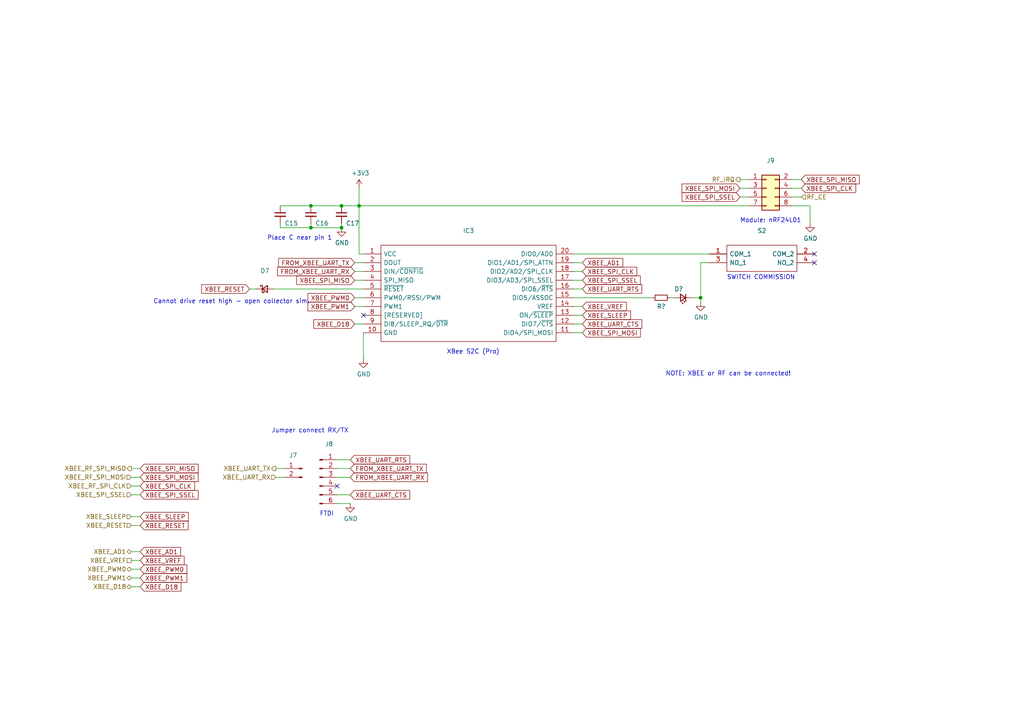
<source format=kicad_sch>
(kicad_sch (version 20211123) (generator eeschema)
  (paper "A4")
  (title_block (title "SmartSensor") (date "2021-11-18") (rev "1.3") (company "Avans Hogeschool") (comment 1 "Maurice Snoeren") (comment 2 "Expertise Centrum Technische Innovatie") (comment 3 "Lectoraat Smart Energy and Datascience & ICT") (comment 4 "Update: Reset circuit"))
  (lib_symbols
    (symbol "Connector:Conn_01x02_Male" (pin_names (offset 1.016) hide)
      (property "Reference" "J" (at 0 2.54 0))
      (property "Value" "Conn_01x02_Male" (at 0 -5.08 0))
      (symbol "Conn_01x02_Male_1_1"
        (polyline (pts (xy 1.27 -2.54) (xy 0.8636 -2.54)) (stroke (width 0.1524)))
        (polyline (pts (xy 1.27 0) (xy 0.8636 0)) (stroke (width 0.1524)))
        (rectangle (start 0.8636 -2.413) (end 0 -2.667) (stroke (width 0.1524)) (fill (type outline)))
        (rectangle (start 0.8636 0.127) (end 0 -0.127) (stroke (width 0.1524)) (fill (type outline)))
        (pin passive line (at 5.08 0 180) (length 3.81) (name "Pin_1") (number "1"))
        (pin passive line (at 5.08 -2.54 180) (length 3.81) (name "Pin_2") (number "2"))
      )
    )
    (symbol "Connector:Conn_01x06_Male" (pin_names (offset 1.016) hide)
      (property "Reference" "J" (at 0 7.62 0))
      (property "Value" "Conn_01x06_Male" (at 0 -10.16 0))
      (symbol "Conn_01x06_Male_1_1"
        (polyline (pts (xy 1.27 -7.62) (xy 0.8636 -7.62)) (stroke (width 0.1524)))
        (polyline (pts (xy 1.27 -5.08) (xy 0.8636 -5.08)) (stroke (width 0.1524)))
        (polyline (pts (xy 1.27 -2.54) (xy 0.8636 -2.54)) (stroke (width 0.1524)))
        (polyline (pts (xy 1.27 0) (xy 0.8636 0)) (stroke (width 0.1524)))
        (polyline (pts (xy 1.27 2.54) (xy 0.8636 2.54)) (stroke (width 0.1524)))
        (polyline (pts (xy 1.27 5.08) (xy 0.8636 5.08)) (stroke (width 0.1524)))
        (rectangle (start 0.8636 -7.493) (end 0 -7.747) (stroke (width 0.1524)) (fill (type outline)))
        (rectangle (start 0.8636 -4.953) (end 0 -5.207) (stroke (width 0.1524)) (fill (type outline)))
        (rectangle (start 0.8636 -2.413) (end 0 -2.667) (stroke (width 0.1524)) (fill (type outline)))
        (rectangle (start 0.8636 0.127) (end 0 -0.127) (stroke (width 0.1524)) (fill (type outline)))
        (rectangle (start 0.8636 2.667) (end 0 2.413) (stroke (width 0.1524)) (fill (type outline)))
        (rectangle (start 0.8636 5.207) (end 0 4.953) (stroke (width 0.1524)) (fill (type outline)))
        (pin passive line (at 5.08 5.08 180) (length 3.81) (name "Pin_1") (number "1"))
        (pin passive line (at 5.08 2.54 180) (length 3.81) (name "Pin_2") (number "2"))
        (pin passive line (at 5.08 0 180) (length 3.81) (name "Pin_3") (number "3"))
        (pin passive line (at 5.08 -2.54 180) (length 3.81) (name "Pin_4") (number "4"))
        (pin passive line (at 5.08 -5.08 180) (length 3.81) (name "Pin_5") (number "5"))
        (pin passive line (at 5.08 -7.62 180) (length 3.81) (name "Pin_6") (number "6"))
      )
    )
    (symbol "Connector_Generic:Conn_02x04_Odd_Even" (pin_names (offset 1.016) hide)
      (property "Reference" "J" (at 1.27 5.08 0))
      (property "Value" "Conn_02x04_Odd_Even" (at 1.27 -7.62 0))
      (symbol "Conn_02x04_Odd_Even_1_1"
        (rectangle (start -1.27 -4.953) (end 0 -5.207) (stroke (width 0.1524)))
        (rectangle (start -1.27 -2.413) (end 0 -2.667) (stroke (width 0.1524)))
        (rectangle (start -1.27 0.127) (end 0 -0.127) (stroke (width 0.1524)))
        (rectangle (start -1.27 2.667) (end 0 2.413) (stroke (width 0.1524)))
        (rectangle (start -1.27 3.81) (end 3.81 -6.35) (stroke (width 0.254)) (fill (type background)))
        (rectangle (start 3.81 -4.953) (end 2.54 -5.207) (stroke (width 0.1524)))
        (rectangle (start 3.81 -2.413) (end 2.54 -2.667) (stroke (width 0.1524)))
        (rectangle (start 3.81 0.127) (end 2.54 -0.127) (stroke (width 0.1524)))
        (rectangle (start 3.81 2.667) (end 2.54 2.413) (stroke (width 0.1524)))
        (pin passive line (at -5.08 2.54 0) (length 3.81) (name "Pin_1") (number "1"))
        (pin passive line (at 7.62 2.54 180) (length 3.81) (name "Pin_2") (number "2"))
        (pin passive line (at -5.08 0 0) (length 3.81) (name "Pin_3") (number "3"))
        (pin passive line (at 7.62 0 180) (length 3.81) (name "Pin_4") (number "4"))
        (pin passive line (at -5.08 -2.54 0) (length 3.81) (name "Pin_5") (number "5"))
        (pin passive line (at 7.62 -2.54 180) (length 3.81) (name "Pin_6") (number "6"))
        (pin passive line (at -5.08 -5.08 0) (length 3.81) (name "Pin_7") (number "7"))
        (pin passive line (at 7.62 -5.08 180) (length 3.81) (name "Pin_8") (number "8"))
      )
    )
    (symbol "Device:C_Small" (pin_numbers hide) (pin_names (offset 0.254) hide)
      (property "Reference" "C" (at 0.254 1.778 0))
      (property "Value" "C_Small" (at 0.254 -2.032 0))
      (symbol "C_Small_0_1"
        (polyline (pts (xy -1.524 -0.508) (xy 1.524 -0.508)) (stroke (width 0.3302)))
        (polyline (pts (xy -1.524 0.508) (xy 1.524 0.508)) (stroke (width 0.3048)))
      )
      (symbol "C_Small_1_1"
        (pin passive line (at 0 2.54 270) (length 2.032) (name "~") (number "1"))
        (pin passive line (at 0 -2.54 90) (length 2.032) (name "~") (number "2"))
      )
    )
    (symbol "Device:D_Schottky_Small" (pin_numbers hide) (pin_names (offset 0.254) hide)
      (property "Reference" "D" (at -1.27 2.032 0))
      (property "Value" "D_Schottky_Small" (at -7.112 -2.032 0))
      (symbol "D_Schottky_Small_0_1"
        (polyline (pts (xy -0.762 0) (xy 0.762 0)))
        (polyline (pts (xy 0.762 -1.016) (xy -0.762 0) (xy 0.762 1.016) (xy 0.762 -1.016)) (stroke (width 0.254)))
        (polyline (pts (xy -1.27 0.762) (xy -1.27 1.016) (xy -0.762 1.016) (xy -0.762 -1.016) (xy -0.254 -1.016) (xy -0.254 -0.762)) (stroke (width 0.254)))
      )
      (symbol "D_Schottky_Small_1_1"
        (pin passive line (at -2.54 0 0) (length 1.778) (name "K") (number "1"))
        (pin passive line (at 2.54 0 180) (length 1.778) (name "A") (number "2"))
      )
    )
    (symbol "Device:LED_Small" (pin_numbers hide) (pin_names (offset 0.254) hide)
      (property "Reference" "D" (at -1.27 3.175 0))
      (property "Value" "LED_Small" (at -4.445 -2.54 0))
      (symbol "LED_Small_0_1"
        (polyline (pts (xy -0.762 -1.016) (xy -0.762 1.016)) (stroke (width 0.254)))
        (polyline (pts (xy 1.016 0) (xy -0.762 0)))
        (polyline (pts (xy 0.762 -1.016) (xy -0.762 0) (xy 0.762 1.016) (xy 0.762 -1.016)) (stroke (width 0.254)))
        (polyline (pts (xy 0 0.762) (xy -0.508 1.27) (xy -0.254 1.27) (xy -0.508 1.27) (xy -0.508 1.016)))
        (polyline (pts (xy 0.508 1.27) (xy 0 1.778) (xy 0.254 1.778) (xy 0 1.778) (xy 0 1.524)))
      )
      (symbol "LED_Small_1_1"
        (pin passive line (at -2.54 0 0) (length 1.778) (name "K") (number "1"))
        (pin passive line (at 2.54 0 180) (length 1.778) (name "A") (number "2"))
      )
    )
    (symbol "Device:R_Small" (pin_numbers hide) (pin_names (offset 0.254) hide)
      (property "Reference" "R" (at 0.762 0.508 0))
      (property "Value" "R_Small" (at 0.762 -1.016 0))
      (symbol "R_Small_0_1"
        (rectangle (start -0.762 1.778) (end 0.762 -1.778) (stroke (width 0.2032)))
      )
      (symbol "R_Small_1_1"
        (pin passive line (at 0 2.54 270) (length 0.762) (name "~") (number "1"))
        (pin passive line (at 0 -2.54 90) (length 0.762) (name "~") (number "2"))
      )
    )
    (symbol "SamacSys_Parts:LL3301FF065QJ" (pin_names (offset 0.762))
      (property "Reference" "S" (at 26.67 7.62 0))
      (property "Value" "LL3301FF065QJ" (at 26.67 5.08 0))
      (symbol "LL3301FF065QJ_0_0"
        (pin passive line (at 0 0 0) (length 5.08) (name "COM_1") (number "1"))
        (pin passive line (at 30.48 0 180) (length 5.08) (name "COM_2") (number "2"))
        (pin passive line (at 0 -2.54 0) (length 5.08) (name "NO_1") (number "3"))
        (pin passive line (at 30.48 -2.54 180) (length 5.08) (name "NO_2") (number "4"))
      )
      (symbol "LL3301FF065QJ_0_1"
        (polyline (pts (xy 5.08 2.54) (xy 25.4 2.54) (xy 25.4 -5.08) (xy 5.08 -5.08) (xy 5.08 2.54)) (stroke (width 0.1524)))
      )
    )
    (symbol "XB24CZ7PIT-004:XB24CZ7PIT-004" (pin_names (offset 0.762))
      (property "Reference" "IC" (at 57.15 7.62 0))
      (property "Value" "XB24CZ7PIT-004" (at 57.15 5.08 0))
      (symbol "XB24CZ7PIT-004_0_0"
        (pin passive line (at 0 0 0) (length 5.08) (name "VCC") (number "1"))
        (pin passive line (at 0 -22.86 0) (length 5.08) (name "GND") (number "10"))
        (pin passive line (at 60.96 -22.86 180) (length 5.08) (name "DIO4/SPI_MOSI") (number "11"))
        (pin passive line (at 60.96 -20.32 180) (length 5.08) (name "DIO7/~{CTS}") (number "12"))
        (pin passive line (at 60.96 -17.78 180) (length 5.08) (name "ON/~{SLEEP}") (number "13"))
        (pin passive line (at 60.96 -15.24 180) (length 5.08) (name "VREF") (number "14"))
        (pin passive line (at 60.96 -12.7 180) (length 5.08) (name "DIO5/ASSOC") (number "15"))
        (pin passive line (at 60.96 -10.16 180) (length 5.08) (name "DIO6/~{RTS}") (number "16"))
        (pin passive line (at 60.96 -7.62 180) (length 5.08) (name "DIO3/AD3/SPI_SSEL") (number "17"))
        (pin passive line (at 60.96 -5.08 180) (length 5.08) (name "DIO2/AD2/SPI_CLK") (number "18"))
        (pin passive line (at 60.96 -2.54 180) (length 5.08) (name "DIO1/AD1/SPI_ATTN") (number "19"))
        (pin passive line (at 0 -2.54 0) (length 5.08) (name "DOUT") (number "2"))
        (pin passive line (at 60.96 0 180) (length 5.08) (name "DIO0/AD0") (number "20"))
        (pin passive line (at 0 -5.08 0) (length 5.08) (name "DIN/~{CONFIG}") (number "3"))
        (pin passive line (at 0 -7.62 0) (length 5.08) (name "SPI_MISO") (number "4"))
        (pin passive line (at 0 -10.16 0) (length 5.08) (name "~{RESET}") (number "5"))
        (pin passive line (at 0 -12.7 0) (length 5.08) (name "PWM0/RSSI/PWM") (number "6"))
        (pin passive line (at 0 -15.24 0) (length 5.08) (name "PWM1") (number "7"))
        (pin passive line (at 0 -17.78 0) (length 5.08) (name "[RESERVED]") (number "8"))
        (pin passive line (at 0 -20.32 0) (length 5.08) (name "DI8/SLEEP_RQ/~{DTR}") (number "9"))
      )
      (symbol "XB24CZ7PIT-004_0_1"
        (polyline (pts (xy 5.08 2.54) (xy 55.88 2.54) (xy 55.88 -25.4) (xy 5.08 -25.4) (xy 5.08 2.54)) (stroke (width 0.1524)))
      )
    )
    (symbol "power:+3.3V" (power) (pin_names (offset 0))
      (property "Value" "+3.3V" (at 0 3.556 0))
      (symbol "+3.3V_0_1"
        (polyline (pts (xy -0.762 1.27) (xy 0 2.54)))
        (polyline (pts (xy 0 0) (xy 0 2.54)))
        (polyline (pts (xy 0 2.54) (xy 0.762 1.27)))
      )
      (symbol "+3.3V_1_1"
        (pin power_in line (at 0 0 90) (length 0) hide (name "+3V3") (number "1"))
      )
    )
    (symbol "power:GND" (power) (pin_names (offset 0))
      (property "Value" "GND" (at 0 -3.81 0))
      (symbol "GND_0_1"
        (polyline (pts (xy 0 0) (xy 0 -1.27) (xy 1.27 -1.27) (xy 0 -2.54) (xy -1.27 -1.27) (xy 0 -1.27)))
      )
      (symbol "GND_1_1"
        (pin power_in line (at 0 0 270) (length 0) hide (name "GND") (number "1"))
      )
    )
  )
  (junction (at 90.17 66.04))
  (junction (at 99.06 66.04))
  (junction (at 90.17 59.69))
  (junction (at 104.14 59.69))
  (junction (at 203.2 86.36))
  (junction (at 99.06 59.69))
  (no_connect (at 198.12 -3.81))
  (no_connect (at 105.41 91.44))
  (no_connect (at 97.79 140.97))
  (no_connect (at 236.22 76.2))
  (no_connect (at 236.22 73.66))
  (wire (pts (xy 97.79 133.35) (xy 101.6 133.35)))
  (wire (pts (xy 229.87 57.15) (xy 232.41 57.15)))
  (wire (pts (xy 81.28 66.04) (xy 90.17 66.04)))
  (wire (pts (xy 168.91 91.44) (xy 166.37 91.44)))
  (wire (pts (xy 205.74 76.2) (xy 203.2 76.2)))
  (wire (pts (xy 40.64 143.51) (xy 38.1 143.51)))
  (wire (pts (xy 232.41 54.61) (xy 229.87 54.61)))
  (wire (pts (xy 80.01 135.89) (xy 82.55 135.89)))
  (wire (pts (xy 74.295 83.82) (xy 72.39 83.82)))
  (wire (pts (xy 234.95 59.69) (xy 229.87 59.69)))
  (wire (pts (xy 80.01 138.43) (xy 82.55 138.43)))
  (wire (pts (xy 105.41 96.52) (xy 105.41 104.14)))
  (wire (pts (xy 99.06 64.77) (xy 99.06 66.04)))
  (wire (pts (xy 38.1 140.97) (xy 40.64 140.97)))
  (wire (pts (xy 203.2 86.36) (xy 203.2 87.63)))
  (wire (pts (xy 102.87 76.2) (xy 105.41 76.2)))
  (wire (pts (xy 200.66 86.36) (xy 203.2 86.36)))
  (wire (pts (xy 90.17 64.77) (xy 90.17 66.04)))
  (wire (pts (xy 101.6 135.89) (xy 97.79 135.89)))
  (wire (pts (xy 166.37 76.2) (xy 168.91 76.2)))
  (wire (pts (xy 105.41 93.98) (xy 102.87 93.98)))
  (wire (pts (xy 168.91 88.9) (xy 166.37 88.9)))
  (wire (pts (xy 99.06 59.69) (xy 104.14 59.69)))
  (wire (pts (xy 166.37 93.98) (xy 168.91 93.98)))
  (wire (pts (xy 166.37 86.36) (xy 189.23 86.36)))
  (wire (pts (xy 168.91 83.82) (xy 166.37 83.82)))
  (wire (pts (xy 104.14 59.69) (xy 104.14 73.66)))
  (wire (pts (xy 232.41 52.07) (xy 229.87 52.07)))
  (wire (pts (xy 214.63 52.07) (xy 217.17 52.07)))
  (wire (pts (xy 168.91 78.74) (xy 166.37 78.74)))
  (wire (pts (xy 102.87 78.74) (xy 105.41 78.74)))
  (wire (pts (xy 81.28 64.77) (xy 81.28 66.04)))
  (wire (pts (xy 40.64 167.64) (xy 38.1 167.64)))
  (wire (pts (xy 234.95 64.77) (xy 234.95 59.69)))
  (wire (pts (xy 38.1 149.86) (xy 40.64 149.86)))
  (wire (pts (xy 38.1 162.56) (xy 40.64 162.56)))
  (wire (pts (xy 90.17 59.69) (xy 99.06 59.69)))
  (wire (pts (xy 104.14 59.69) (xy 217.17 59.69)))
  (wire (pts (xy 40.64 160.02) (xy 38.1 160.02)))
  (wire (pts (xy 203.2 76.2) (xy 203.2 86.36)))
  (wire (pts (xy 168.91 96.52) (xy 166.37 96.52)))
  (wire (pts (xy 195.58 86.36) (xy 194.31 86.36)))
  (wire (pts (xy 97.79 143.51) (xy 101.6 143.51)))
  (wire (pts (xy 38.1 165.1) (xy 40.64 165.1)))
  (wire (pts (xy 90.17 66.04) (xy 99.06 66.04)))
  (wire (pts (xy 214.63 54.61) (xy 217.17 54.61)))
  (wire (pts (xy 166.37 81.28) (xy 168.91 81.28)))
  (wire (pts (xy 97.79 138.43) (xy 101.6 138.43)))
  (wire (pts (xy 79.375 83.82) (xy 105.41 83.82)))
  (wire (pts (xy 102.87 81.28) (xy 105.41 81.28)))
  (wire (pts (xy 102.87 88.9) (xy 105.41 88.9)))
  (wire (pts (xy 105.41 86.36) (xy 102.87 86.36)))
  (wire (pts (xy 104.14 54.61) (xy 104.14 59.69)))
  (wire (pts (xy 81.28 59.69) (xy 90.17 59.69)))
  (wire (pts (xy 166.37 73.66) (xy 205.74 73.66)))
  (wire (pts (xy 40.64 152.4) (xy 38.1 152.4)))
  (wire (pts (xy 97.79 146.05) (xy 101.6 146.05)))
  (wire (pts (xy 214.63 57.15) (xy 217.17 57.15)))
  (wire (pts (xy 38.1 135.89) (xy 40.64 135.89)))
  (wire (pts (xy 40.64 138.43) (xy 38.1 138.43)))
  (wire (pts (xy 104.14 73.66) (xy 105.41 73.66)))
  (wire (pts (xy 38.1 170.18) (xy 40.64 170.18)))
  (text "Cannot drive reset high - open collector sim." (at 44.45 88.265 0) (effects (font (size 1.27 1.27)) (justify left bottom)))
  (text "NOTE: XBEE or RF can be connected!" (at 193.04 109.22 0) (effects (font (size 1.27 1.27)) (justify left bottom)))
  (text "SWITCH COMMISSION" (at 210.82 81.28 0) (effects (font (size 1.27 1.27)) (justify left bottom)))
  (text "Jumper connect RX/TX" (at 78.74 125.73 0) (effects (font (size 1.27 1.27)) (justify left bottom)))
  (text "Place C near pin 1" (at 77.47 69.85 0) (effects (font (size 1.27 1.27)) (justify left bottom)))
  (text "Module: nRF24L01" (at 214.63 64.77 0) (effects (font (size 1.27 1.27)) (justify left bottom)))
  (text "XBee S2C (Pro)" (at 129.54 102.87 0) (effects (font (size 1.27 1.27)) (justify left bottom)))
  (text "FTDI\n" (at 92.71 149.86 0) (effects (font (size 1.27 1.27)) (justify left bottom)))
  (global_label "XBEE_SPI_SSEL" (shape input) (at 40.64 143.51 0) (property "Intersheet References" "${INTERSHEET_REFS}" (effects hide)))
  (global_label "XBEE_SPI_SSEL" (shape input) (at 214.63 57.15 180) (property "Intersheet References" "${INTERSHEET_REFS}" (effects hide)))
  (global_label "XBEE_PWM0" (shape input) (at 40.64 165.1 0) (property "Intersheet References" "${INTERSHEET_REFS}" (effects hide)))
  (global_label "XBEE_VREF" (shape input) (at 168.91 88.9 0) (property "Intersheet References" "${INTERSHEET_REFS}" (effects hide)))
  (global_label "XBEE_PWM0" (shape input) (at 102.87 86.36 180) (property "Intersheet References" "${INTERSHEET_REFS}" (effects hide)))
  (global_label "FROM_XBEE_UART_RX" (shape input) (at 101.6 138.43 0) (property "Intersheet References" "${INTERSHEET_REFS}" (effects hide)))
  (global_label "XBEE_SPI_CLK" (shape input) (at 40.64 140.97 0) (property "Intersheet References" "${INTERSHEET_REFS}" (effects hide)))
  (global_label "XBEE_UART_CTS" (shape input) (at 168.91 93.98 0) (property "Intersheet References" "${INTERSHEET_REFS}" (effects hide)))
  (global_label "XBEE_UART_RTS" (shape input) (at 101.6 133.35 0) (property "Intersheet References" "${INTERSHEET_REFS}" (effects hide)))
  (global_label "XBEE_SPI_MOSI" (shape input) (at 40.64 138.43 0) (property "Intersheet References" "${INTERSHEET_REFS}" (effects hide)))
  (global_label "XBEE_RESET" (shape input) (at 72.39 83.82 180) (property "Intersheet References" "${INTERSHEET_REFS}" (effects hide)))
  (global_label "XBEE_SPI_CLK" (shape input) (at 232.41 54.61 0) (property "Intersheet References" "${INTERSHEET_REFS}" (effects hide)))
  (global_label "XBEE_AD1" (shape input) (at 40.64 160.02 0) (property "Intersheet References" "${INTERSHEET_REFS}" (effects hide)))
  (global_label "XBEE_SPI_CLK" (shape input) (at 168.91 78.74 0) (property "Intersheet References" "${INTERSHEET_REFS}" (effects hide)))
  (global_label "XBEE_UART_RTS" (shape input) (at 168.91 83.82 0) (property "Intersheet References" "${INTERSHEET_REFS}" (effects hide)))
  (global_label "XBEE_RESET" (shape input) (at 40.64 152.4 0) (property "Intersheet References" "${INTERSHEET_REFS}" (effects hide)))
  (global_label "FROM_XBEE_UART_TX" (shape input) (at 102.87 76.2 180) (property "Intersheet References" "${INTERSHEET_REFS}" (effects hide)))
  (global_label "FROM_XBEE_UART_RX" (shape input) (at 102.87 78.74 180) (property "Intersheet References" "${INTERSHEET_REFS}" (effects hide)))
  (global_label "XBEE_VREF" (shape input) (at 40.64 162.56 0) (property "Intersheet References" "${INTERSHEET_REFS}" (effects hide)))
  (global_label "XBEE_SLEEP" (shape input) (at 40.64 149.86 0) (property "Intersheet References" "${INTERSHEET_REFS}" (effects hide)))
  (global_label "XBEE_D18" (shape input) (at 102.87 93.98 180) (property "Intersheet References" "${INTERSHEET_REFS}" (effects hide)))
  (global_label "XBEE_SLEEP" (shape input) (at 168.91 91.44 0) (property "Intersheet References" "${INTERSHEET_REFS}" (effects hide)))
  (global_label "XBEE_UART_CTS" (shape input) (at 101.6 143.51 0) (property "Intersheet References" "${INTERSHEET_REFS}" (effects hide)))
  (global_label "XBEE_SPI_SSEL" (shape input) (at 168.91 81.28 0) (property "Intersheet References" "${INTERSHEET_REFS}" (effects hide)))
  (global_label "FROM_XBEE_UART_TX" (shape input) (at 101.6 135.89 0) (property "Intersheet References" "${INTERSHEET_REFS}" (effects hide)))
  (global_label "XBEE_AD1" (shape input) (at 168.91 76.2 0) (property "Intersheet References" "${INTERSHEET_REFS}" (effects hide)))
  (global_label "XBEE_PWM1" (shape input) (at 40.64 167.64 0) (property "Intersheet References" "${INTERSHEET_REFS}" (effects hide)))
  (global_label "XBEE_SPI_MISO" (shape input) (at 40.64 135.89 0) (property "Intersheet References" "${INTERSHEET_REFS}" (effects hide)))
  (global_label "XBEE_SPI_MISO" (shape input) (at 102.87 81.28 180) (property "Intersheet References" "${INTERSHEET_REFS}" (effects hide)))
  (global_label "XBEE_SPI_MOSI" (shape input) (at 214.63 54.61 180) (property "Intersheet References" "${INTERSHEET_REFS}" (effects hide)))
  (global_label "XBEE_SPI_MOSI" (shape input) (at 168.91 96.52 0) (property "Intersheet References" "${INTERSHEET_REFS}" (effects hide)))
  (global_label "XBEE_D18" (shape input) (at 40.64 170.18 0) (property "Intersheet References" "${INTERSHEET_REFS}" (effects hide)))
  (global_label "XBEE_SPI_MISO" (shape input) (at 232.41 52.07 0) (property "Intersheet References" "${INTERSHEET_REFS}" (effects hide)))
  (global_label "XBEE_PWM1" (shape input) (at 102.87 88.9 180) (property "Intersheet References" "${INTERSHEET_REFS}" (effects hide)))
  (hierarchical_label "XBEE_AD1" (shape bidirectional) (at 38.1 160.02 180))
  (hierarchical_label "XBEE_PWM1" (shape bidirectional) (at 38.1 167.64 180))
  (hierarchical_label "XBEE_PWM0" (shape bidirectional) (at 38.1 165.1 180))
  (hierarchical_label "RF_CE" (shape input) (at 232.41 57.15 0))
  (hierarchical_label "XBEE_RF_SPI_MOSI" (shape input) (at 38.1 138.43 180))
  (hierarchical_label "XBEE_UART_TX" (shape output) (at 80.01 135.89 180))
  (hierarchical_label "XBEE_RF_SPI_MISO" (shape output) (at 38.1 135.89 180))
  (hierarchical_label "XBEE_D18" (shape bidirectional) (at 38.1 170.18 180))
  (hierarchical_label "XBEE_SPI_SSEL" (shape input) (at 38.1 143.51 180))
  (hierarchical_label "XBEE_UART_RX" (shape input) (at 80.01 138.43 180))
  (hierarchical_label "XBEE_RESET" (shape input) (at 38.1 152.4 180))
  (hierarchical_label "RF_IRQ" (shape output) (at 214.63 52.07 180))
  (hierarchical_label "XBEE_SLEEP" (shape input) (at 38.1 149.86 180))
  (hierarchical_label "XBEE_RF_SPI_CLK" (shape input) (at 38.1 140.97 180))
  (hierarchical_label "XBEE_VREF" (shape passive) (at 38.1 162.56 180))
  (symbol (lib_id "XB24CZ7PIT-004:XB24CZ7PIT-004") (at 105.41 73.66 0) (unit 1)
    (property "Reference" "IC3" (at 135.89 66.929 0))
    (property "Datasheet" "http://www.digi.com/pdf/ds_xbee_zigbee.pdf" (effects hide))
    (property "Description" "Zigbee / 802.15.4 Modules XBee ZB S2C TH PCB Antenna" (effects hide))
    (property "Manufacturer_Name" "Digi International" (effects hide))
    (property "Manufacturer_Part_Number" "XB24CZ7PIT-004" (effects hide))
    (property "Mouser Part Number" "888-XB24CZ7PIT-004" (effects hide))
    (property "Mouser Price/Stock" "https://www.mouser.com/Search/Refine.aspx?Keyword=888-XB24CZ7PIT-004" (effects hide))
    (property "Arrow Part Number" "XB24CZ7PIT-004" (effects hide))
    (property "Arrow Price/Stock" "https://www.arrow.com/en/products/xb24cz7pit-004/digi-international" (effects hide))
  )
  (symbol (lib_id "Device:C_Small") (at 90.17 62.23 0) (unit 1)
    (property "Reference" "C16" (at 91.44 64.77 0) (effects (justify left)))
  )
  (symbol (lib_id "power:GND") (at 99.06 66.04 0) (unit 1)
    (property "Reference" "#PWR030" (effects hide))
  )
  (symbol (lib_id "Device:C_Small") (at 99.06 62.23 0) (unit 1)
    (property "Reference" "C17" (at 100.33 64.77 0) (effects (justify left)))
  )
  (symbol (lib_id "power:+3.3V") (at 104.14 54.61 0) (unit 1)
    (property "Reference" "#PWR032" (effects hide))
  )
  (symbol (lib_id "power:GND") (at 105.41 104.14 0) (unit 1)
    (property "Reference" "#PWR033" (effects hide))
  )
  (symbol (lib_id "Device:C_Small") (at 81.28 62.23 0) (unit 1)
    (property "Reference" "C15" (at 82.55 64.77 0) (effects (justify left)))
  )
  (symbol (lib_id "power:GND") (at 203.2 87.63 0) (unit 1)
    (property "Reference" "#PWR034" (effects hide))
  )
  (symbol (lib_id "Device:R_Small") (at 191.77 86.36 270) (unit 1)
    (property "Reference" "R?" (at 190.5 88.9 90) (effects (justify left)))
  )
  (symbol (lib_id "Device:LED_Small") (at 198.12 86.36 180) (unit 1)
    (property "Reference" "D?" (at 196.85 83.82 0))
  )
  (symbol (lib_id "Connector_Generic:Conn_02x04_Odd_Even") (at 222.25 54.61 0) (unit 1)
    (property "Reference" "J9" (at 223.52 46.5582 0))
  )
  (symbol (lib_id "power:GND") (at 234.95 64.77 0) (unit 1)
    (property "Reference" "#PWR035" (effects hide))
  )
  (symbol (lib_id "Connector:Conn_01x06_Male") (at 92.71 138.43 0) (unit 1)
    (property "Reference" "J8" (at 95.4532 128.7526 0))
  )
  (symbol (lib_id "Connector:Conn_01x02_Male") (at 87.63 135.89 0) (mirror y) (unit 1)
    (property "Reference" "J7" (at 83.82 132.08 0) (effects (justify right)))
  )
  (symbol (lib_id "power:GND") (at 101.6 146.05 0) (unit 1)
    (property "Reference" "#PWR031" (effects hide))
  )
  (symbol (lib_id "SamacSys_Parts:LL3301FF065QJ") (at 205.74 73.66 0) (unit 1)
    (property "Reference" "S2" (at 220.98 66.929 0))
    (property "Datasheet" "http://spec_sheets.e-switch.com/specs/P010456.pdf" (effects hide))
    (property "Description" "Pushbutton Switches 50mA 12VDC F065 7.0mm J-Lead" (effects hide))
    (property "Height" "7.3" (effects hide))
    (property "Mouser Part Number" "612-LL3301FF065QJ" (effects hide))
    (property "Mouser Price/Stock" "https://www.mouser.co.uk/ProductDetail/E-Switch/LL3301FF065QJ/?qs=QtyuwXswaQgkr0cFSIRaTA%3D%3D" (effects hide))
    (property "Manufacturer_Name" "E-Switch" (effects hide))
    (property "Manufacturer_Part_Number" "LL3301FF065QJ" (effects hide))
  )
  (symbol (lib_id "Device:D_Schottky_Small") (at 76.835 83.82 0) (unit 1)
    (property "Reference" "D7" (at 76.835 78.5622 0))
  )
)
</source>
